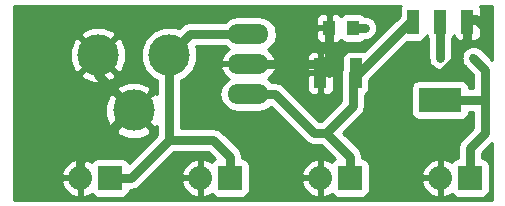
<source format=gtl>
G04 #@! TF.FileFunction,Copper,L1,Top,Signal*
%FSLAX46Y46*%
G04 Gerber Fmt 4.6, Leading zero omitted, Abs format (unit mm)*
G04 Created by KiCad (PCBNEW 4.0.1-3.201512221402+6198~38~ubuntu14.04.1-stable) date Mon 09 May 2016 07:42:58 PM PDT*
%MOMM*%
G01*
G04 APERTURE LIST*
%ADD10C,0.100000*%
%ADD11R,2.032000X2.032000*%
%ADD12O,2.032000X2.032000*%
%ADD13C,3.500120*%
%ADD14O,3.500120X1.699260*%
%ADD15R,1.000000X1.250000*%
%ADD16R,1.000000X2.500000*%
%ADD17R,3.657600X2.032000*%
%ADD18R,1.016000X2.032000*%
%ADD19C,0.685800*%
%ADD20C,0.762000*%
%ADD21C,0.254000*%
G04 APERTURE END LIST*
D10*
D11*
X106680000Y-101600000D03*
D12*
X104140000Y-101600000D03*
D11*
X116840000Y-101600000D03*
D12*
X114300000Y-101600000D03*
D11*
X127000000Y-101600000D03*
D12*
X124460000Y-101600000D03*
D11*
X137160000Y-101600000D03*
D12*
X134620000Y-101600000D03*
D13*
X111663480Y-91186000D03*
X105664000Y-91186000D03*
X108663740Y-95885000D03*
D14*
X118364000Y-91948000D03*
X118364000Y-89408000D03*
X118364000Y-94488000D03*
D15*
X127238000Y-88900000D03*
X125238000Y-88900000D03*
D16*
X127484000Y-92710000D03*
X124484000Y-92710000D03*
D17*
X134620000Y-94996000D03*
D18*
X134620000Y-88392000D03*
X132334000Y-88392000D03*
X136906000Y-88392000D03*
D19*
X138430000Y-88900000D03*
X130810000Y-97790000D03*
X137414000Y-91440000D03*
X128270000Y-88900000D03*
X134620000Y-91440000D03*
D20*
X136906000Y-88138000D02*
X137668000Y-88138000D01*
X137668000Y-88138000D02*
X138430000Y-88900000D01*
X130810000Y-97790000D02*
X130810000Y-93980000D01*
X134786855Y-92710000D02*
X135890000Y-91606855D01*
X130810000Y-93980000D02*
X132080000Y-92710000D01*
X132080000Y-92710000D02*
X134786855Y-92710000D01*
X135890000Y-91606855D02*
X135890000Y-90932000D01*
X135890000Y-90932000D02*
X136906000Y-89916000D01*
X136906000Y-89916000D02*
X136906000Y-88138000D01*
X125238000Y-88900000D02*
X125238000Y-91440000D01*
X125238000Y-91440000D02*
X125238000Y-92710000D01*
X118618000Y-91948000D02*
X124730000Y-91948000D01*
X124730000Y-91948000D02*
X125238000Y-91440000D01*
X105664000Y-91186000D02*
X105664000Y-92885260D01*
X105664000Y-92885260D02*
X108663740Y-95885000D01*
X104140000Y-101600000D02*
X104140000Y-100163160D01*
X104140000Y-100163160D02*
X108418160Y-95885000D01*
X108418160Y-95885000D02*
X108663740Y-95885000D01*
X127238000Y-92710000D02*
X127762000Y-92710000D01*
X127762000Y-92710000D02*
X132334000Y-88138000D01*
X124968000Y-97790000D02*
X127238000Y-95520000D01*
X127238000Y-95520000D02*
X127238000Y-92710000D01*
X123931680Y-97790000D02*
X124968000Y-97790000D01*
X124968000Y-97790000D02*
X127000000Y-99822000D01*
X127000000Y-99822000D02*
X127000000Y-101600000D01*
X118618000Y-94488000D02*
X120629680Y-94488000D01*
X120629680Y-94488000D02*
X123931680Y-97790000D01*
X134620000Y-94996000D02*
X138176000Y-94996000D01*
X138176000Y-94996000D02*
X138430000Y-94742000D01*
X138430000Y-97790000D02*
X138430000Y-94742000D01*
X138430000Y-94742000D02*
X138430000Y-92456000D01*
X127238000Y-88900000D02*
X128270000Y-88900000D01*
X134620000Y-88138000D02*
X134620000Y-91440000D01*
X137160000Y-101600000D02*
X137160000Y-99060000D01*
X137160000Y-99060000D02*
X138430000Y-97790000D01*
X138430000Y-92456000D02*
X137414000Y-91440000D01*
X118618000Y-89408000D02*
X113441480Y-89408000D01*
X113441480Y-89408000D02*
X111663480Y-91186000D01*
X116840000Y-101600000D02*
X116840000Y-99822000D01*
X116840000Y-99822000D02*
X115412520Y-98394520D01*
X115412520Y-98394520D02*
X111663480Y-98394520D01*
X106680000Y-101600000D02*
X108458000Y-101600000D01*
X108458000Y-101600000D02*
X111663480Y-98394520D01*
X111663480Y-98394520D02*
X111663480Y-93664550D01*
X111663480Y-93664550D02*
X111663480Y-91186000D01*
D21*
G36*
X131229569Y-87124110D02*
X131178560Y-87376000D01*
X131178560Y-87856599D01*
X128182419Y-90852741D01*
X127984000Y-90812560D01*
X126984000Y-90812560D01*
X126748683Y-90856838D01*
X126532559Y-90995910D01*
X126387569Y-91208110D01*
X126336560Y-91460000D01*
X126336560Y-92265488D01*
X126299338Y-92321194D01*
X126222000Y-92710000D01*
X126222000Y-95099159D01*
X124547160Y-96774000D01*
X124352521Y-96774000D01*
X121348100Y-93769580D01*
X121018487Y-93549338D01*
X120914022Y-93528559D01*
X120629680Y-93472000D01*
X120383527Y-93472000D01*
X120360948Y-93438208D01*
X120023127Y-93212484D01*
X120294242Y-92995750D01*
X123349000Y-92995750D01*
X123349000Y-94086310D01*
X123445673Y-94319699D01*
X123624302Y-94498327D01*
X123857691Y-94595000D01*
X124198250Y-94595000D01*
X124357000Y-94436250D01*
X124357000Y-92837000D01*
X124611000Y-92837000D01*
X124611000Y-94436250D01*
X124769750Y-94595000D01*
X125110309Y-94595000D01*
X125343698Y-94498327D01*
X125522327Y-94319699D01*
X125619000Y-94086310D01*
X125619000Y-92995750D01*
X125460250Y-92837000D01*
X124611000Y-92837000D01*
X124357000Y-92837000D01*
X123507750Y-92837000D01*
X123349000Y-92995750D01*
X120294242Y-92995750D01*
X120404024Y-92907989D01*
X120684649Y-92398810D01*
X120705540Y-92304832D01*
X120584214Y-92075000D01*
X118491000Y-92075000D01*
X118491000Y-92095000D01*
X118237000Y-92095000D01*
X118237000Y-92075000D01*
X116143786Y-92075000D01*
X116022460Y-92304832D01*
X116043351Y-92398810D01*
X116323976Y-92907989D01*
X116704873Y-93212484D01*
X116367052Y-93438208D01*
X116045225Y-93919857D01*
X115932214Y-94488000D01*
X116045225Y-95056143D01*
X116367052Y-95537792D01*
X116848701Y-95859619D01*
X117416844Y-95972630D01*
X119311156Y-95972630D01*
X119879299Y-95859619D01*
X120290023Y-95585183D01*
X123213259Y-98508420D01*
X123433501Y-98655581D01*
X123542874Y-98728662D01*
X123931680Y-98806000D01*
X124547160Y-98806000D01*
X125732446Y-99991286D01*
X125532559Y-100119910D01*
X125421160Y-100282948D01*
X125324818Y-100193615D01*
X124842944Y-99994025D01*
X124587000Y-100113164D01*
X124587000Y-101473000D01*
X124607000Y-101473000D01*
X124607000Y-101727000D01*
X124587000Y-101727000D01*
X124587000Y-103086836D01*
X124842944Y-103205975D01*
X125324818Y-103006385D01*
X125422398Y-102915903D01*
X125519910Y-103067441D01*
X125732110Y-103212431D01*
X125984000Y-103263440D01*
X128016000Y-103263440D01*
X128251317Y-103219162D01*
X128467441Y-103080090D01*
X128612431Y-102867890D01*
X128663440Y-102616000D01*
X128663440Y-101982946D01*
X133014017Y-101982946D01*
X133282812Y-102568379D01*
X133755182Y-103006385D01*
X134237056Y-103205975D01*
X134493000Y-103086836D01*
X134493000Y-101727000D01*
X133132633Y-101727000D01*
X133014017Y-101982946D01*
X128663440Y-101982946D01*
X128663440Y-101217054D01*
X133014017Y-101217054D01*
X133132633Y-101473000D01*
X134493000Y-101473000D01*
X134493000Y-100113164D01*
X134237056Y-99994025D01*
X133755182Y-100193615D01*
X133282812Y-100631621D01*
X133014017Y-101217054D01*
X128663440Y-101217054D01*
X128663440Y-100584000D01*
X128619162Y-100348683D01*
X128480090Y-100132559D01*
X128267890Y-99987569D01*
X128016000Y-99936560D01*
X128016000Y-99822000D01*
X127938662Y-99433194D01*
X127938662Y-99433193D01*
X127718421Y-99103580D01*
X126404840Y-97790000D01*
X127956421Y-96238420D01*
X128176662Y-95908807D01*
X128206659Y-95758000D01*
X128254000Y-95520000D01*
X128254000Y-94540844D01*
X128435441Y-94424090D01*
X128580431Y-94211890D01*
X128631440Y-93960000D01*
X128631440Y-93277400D01*
X131853401Y-90055440D01*
X132842000Y-90055440D01*
X133077317Y-90011162D01*
X133293441Y-89872090D01*
X133438431Y-89659890D01*
X133476543Y-89471686D01*
X133508838Y-89643317D01*
X133604000Y-89791203D01*
X133604000Y-91440000D01*
X133641934Y-91630706D01*
X133641931Y-91633663D01*
X133643070Y-91636420D01*
X133681338Y-91828806D01*
X133789362Y-91990474D01*
X133790493Y-91993212D01*
X133792604Y-91995327D01*
X133901580Y-92158420D01*
X134063249Y-92266444D01*
X134065341Y-92268540D01*
X134068100Y-92269686D01*
X134231194Y-92378662D01*
X134421896Y-92416595D01*
X134424630Y-92417730D01*
X134427616Y-92417733D01*
X134620000Y-92456000D01*
X134810706Y-92418066D01*
X134813663Y-92418069D01*
X134816420Y-92416930D01*
X135008806Y-92378662D01*
X135170474Y-92270638D01*
X135173212Y-92269507D01*
X135175327Y-92267396D01*
X135338420Y-92158420D01*
X135446444Y-91996751D01*
X135448540Y-91994659D01*
X135449686Y-91991900D01*
X135558662Y-91828806D01*
X135596595Y-91638104D01*
X135597730Y-91635370D01*
X135597733Y-91632384D01*
X135636000Y-91440000D01*
X135636000Y-89789313D01*
X135724431Y-89659890D01*
X135763000Y-89469431D01*
X135763000Y-89534310D01*
X135859673Y-89767699D01*
X136038302Y-89946327D01*
X136271691Y-90043000D01*
X136620250Y-90043000D01*
X136779000Y-89884250D01*
X136779000Y-88519000D01*
X137033000Y-88519000D01*
X137033000Y-89884250D01*
X137191750Y-90043000D01*
X137540309Y-90043000D01*
X137773698Y-89946327D01*
X137952327Y-89767699D01*
X138049000Y-89534310D01*
X138049000Y-88677750D01*
X137890250Y-88519000D01*
X137033000Y-88519000D01*
X136779000Y-88519000D01*
X136759000Y-88519000D01*
X136759000Y-88265000D01*
X136779000Y-88265000D01*
X136779000Y-88245000D01*
X137033000Y-88245000D01*
X137033000Y-88265000D01*
X137890250Y-88265000D01*
X138049000Y-88106250D01*
X138049000Y-87249690D01*
X137974570Y-87070000D01*
X138990000Y-87070000D01*
X138990000Y-91579159D01*
X138132420Y-90721580D01*
X137970750Y-90613555D01*
X137968659Y-90611460D01*
X137965901Y-90610315D01*
X137802807Y-90501338D01*
X137612105Y-90463406D01*
X137609370Y-90462270D01*
X137606382Y-90462267D01*
X137414000Y-90424001D01*
X137223296Y-90461934D01*
X137220337Y-90461931D01*
X137217578Y-90463071D01*
X137025193Y-90501338D01*
X136863524Y-90609362D01*
X136860788Y-90610493D01*
X136858674Y-90612603D01*
X136695580Y-90721580D01*
X136587555Y-90883250D01*
X136585460Y-90885341D01*
X136584315Y-90888099D01*
X136475338Y-91051193D01*
X136437406Y-91241895D01*
X136436270Y-91244630D01*
X136436267Y-91247618D01*
X136398001Y-91440000D01*
X136435934Y-91630704D01*
X136435931Y-91633663D01*
X136437071Y-91636422D01*
X136475338Y-91828807D01*
X136583362Y-91990476D01*
X136584493Y-91993212D01*
X136586603Y-91995326D01*
X136695580Y-92158420D01*
X137414000Y-92876841D01*
X137414000Y-93980000D01*
X137096240Y-93980000D01*
X137051962Y-93744683D01*
X136912890Y-93528559D01*
X136700690Y-93383569D01*
X136448800Y-93332560D01*
X132791200Y-93332560D01*
X132555883Y-93376838D01*
X132339759Y-93515910D01*
X132194769Y-93728110D01*
X132143760Y-93980000D01*
X132143760Y-96012000D01*
X132188038Y-96247317D01*
X132327110Y-96463441D01*
X132539310Y-96608431D01*
X132791200Y-96659440D01*
X136448800Y-96659440D01*
X136684117Y-96615162D01*
X136900241Y-96476090D01*
X137045231Y-96263890D01*
X137096240Y-96012000D01*
X137414000Y-96012000D01*
X137414000Y-97369159D01*
X136441580Y-98341580D01*
X136221338Y-98671193D01*
X136221338Y-98671194D01*
X136144000Y-99060000D01*
X136144000Y-99936560D01*
X135908683Y-99980838D01*
X135692559Y-100119910D01*
X135581160Y-100282948D01*
X135484818Y-100193615D01*
X135002944Y-99994025D01*
X134747000Y-100113164D01*
X134747000Y-101473000D01*
X134767000Y-101473000D01*
X134767000Y-101727000D01*
X134747000Y-101727000D01*
X134747000Y-103086836D01*
X135002944Y-103205975D01*
X135484818Y-103006385D01*
X135582398Y-102915903D01*
X135679910Y-103067441D01*
X135892110Y-103212431D01*
X136144000Y-103263440D01*
X138176000Y-103263440D01*
X138411317Y-103219162D01*
X138627441Y-103080090D01*
X138772431Y-102867890D01*
X138823440Y-102616000D01*
X138823440Y-100584000D01*
X138779162Y-100348683D01*
X138640090Y-100132559D01*
X138427890Y-99987569D01*
X138176000Y-99936560D01*
X138176000Y-99480840D01*
X138990000Y-98666841D01*
X138990000Y-103430000D01*
X98500000Y-103430000D01*
X98500000Y-101982946D01*
X102534017Y-101982946D01*
X102802812Y-102568379D01*
X103275182Y-103006385D01*
X103757056Y-103205975D01*
X104013000Y-103086836D01*
X104013000Y-101727000D01*
X102652633Y-101727000D01*
X102534017Y-101982946D01*
X98500000Y-101982946D01*
X98500000Y-101217054D01*
X102534017Y-101217054D01*
X102652633Y-101473000D01*
X104013000Y-101473000D01*
X104013000Y-100113164D01*
X104267000Y-100113164D01*
X104267000Y-101473000D01*
X104287000Y-101473000D01*
X104287000Y-101727000D01*
X104267000Y-101727000D01*
X104267000Y-103086836D01*
X104522944Y-103205975D01*
X105004818Y-103006385D01*
X105102398Y-102915903D01*
X105199910Y-103067441D01*
X105412110Y-103212431D01*
X105664000Y-103263440D01*
X107696000Y-103263440D01*
X107931317Y-103219162D01*
X108147441Y-103080090D01*
X108292431Y-102867890D01*
X108343440Y-102616000D01*
X108458000Y-102616000D01*
X108782300Y-102551493D01*
X108846807Y-102538662D01*
X109176420Y-102318420D01*
X109511894Y-101982946D01*
X112694017Y-101982946D01*
X112962812Y-102568379D01*
X113435182Y-103006385D01*
X113917056Y-103205975D01*
X114173000Y-103086836D01*
X114173000Y-101727000D01*
X112812633Y-101727000D01*
X112694017Y-101982946D01*
X109511894Y-101982946D01*
X110277786Y-101217054D01*
X112694017Y-101217054D01*
X112812633Y-101473000D01*
X114173000Y-101473000D01*
X114173000Y-100113164D01*
X113917056Y-99994025D01*
X113435182Y-100193615D01*
X112962812Y-100631621D01*
X112694017Y-101217054D01*
X110277786Y-101217054D01*
X112084321Y-99410520D01*
X114991680Y-99410520D01*
X115572446Y-99991286D01*
X115372559Y-100119910D01*
X115261160Y-100282948D01*
X115164818Y-100193615D01*
X114682944Y-99994025D01*
X114427000Y-100113164D01*
X114427000Y-101473000D01*
X114447000Y-101473000D01*
X114447000Y-101727000D01*
X114427000Y-101727000D01*
X114427000Y-103086836D01*
X114682944Y-103205975D01*
X115164818Y-103006385D01*
X115262398Y-102915903D01*
X115359910Y-103067441D01*
X115572110Y-103212431D01*
X115824000Y-103263440D01*
X117856000Y-103263440D01*
X118091317Y-103219162D01*
X118307441Y-103080090D01*
X118452431Y-102867890D01*
X118503440Y-102616000D01*
X118503440Y-101982946D01*
X122854017Y-101982946D01*
X123122812Y-102568379D01*
X123595182Y-103006385D01*
X124077056Y-103205975D01*
X124333000Y-103086836D01*
X124333000Y-101727000D01*
X122972633Y-101727000D01*
X122854017Y-101982946D01*
X118503440Y-101982946D01*
X118503440Y-101217054D01*
X122854017Y-101217054D01*
X122972633Y-101473000D01*
X124333000Y-101473000D01*
X124333000Y-100113164D01*
X124077056Y-99994025D01*
X123595182Y-100193615D01*
X123122812Y-100631621D01*
X122854017Y-101217054D01*
X118503440Y-101217054D01*
X118503440Y-100584000D01*
X118459162Y-100348683D01*
X118320090Y-100132559D01*
X118107890Y-99987569D01*
X117856000Y-99936560D01*
X117856000Y-99822000D01*
X117778662Y-99433194D01*
X117778662Y-99433193D01*
X117558421Y-99103580D01*
X116130940Y-97676100D01*
X115801327Y-97455858D01*
X115736820Y-97443027D01*
X115412520Y-97378520D01*
X112679480Y-97378520D01*
X112679480Y-93346836D01*
X113012743Y-93209134D01*
X113684256Y-92538792D01*
X114048125Y-91662499D01*
X114048953Y-90713664D01*
X113929266Y-90424000D01*
X116344473Y-90424000D01*
X116367052Y-90457792D01*
X116704873Y-90683516D01*
X116323976Y-90988011D01*
X116043351Y-91497190D01*
X116022460Y-91591168D01*
X116143786Y-91821000D01*
X118237000Y-91821000D01*
X118237000Y-91801000D01*
X118491000Y-91801000D01*
X118491000Y-91821000D01*
X120584214Y-91821000D01*
X120705540Y-91591168D01*
X120684649Y-91497190D01*
X120594539Y-91333690D01*
X123349000Y-91333690D01*
X123349000Y-92424250D01*
X123507750Y-92583000D01*
X124357000Y-92583000D01*
X124357000Y-90983750D01*
X124611000Y-90983750D01*
X124611000Y-92583000D01*
X125460250Y-92583000D01*
X125619000Y-92424250D01*
X125619000Y-91333690D01*
X125522327Y-91100301D01*
X125343698Y-90921673D01*
X125110309Y-90825000D01*
X124769750Y-90825000D01*
X124611000Y-90983750D01*
X124357000Y-90983750D01*
X124198250Y-90825000D01*
X123857691Y-90825000D01*
X123624302Y-90921673D01*
X123445673Y-91100301D01*
X123349000Y-91333690D01*
X120594539Y-91333690D01*
X120404024Y-90988011D01*
X120023127Y-90683516D01*
X120360948Y-90457792D01*
X120682775Y-89976143D01*
X120795786Y-89408000D01*
X120751578Y-89185750D01*
X124103000Y-89185750D01*
X124103000Y-89651310D01*
X124199673Y-89884699D01*
X124378302Y-90063327D01*
X124611691Y-90160000D01*
X124952250Y-90160000D01*
X125111000Y-90001250D01*
X125111000Y-89027000D01*
X124261750Y-89027000D01*
X124103000Y-89185750D01*
X120751578Y-89185750D01*
X120682775Y-88839857D01*
X120360948Y-88358208D01*
X120047382Y-88148690D01*
X124103000Y-88148690D01*
X124103000Y-88614250D01*
X124261750Y-88773000D01*
X125111000Y-88773000D01*
X125111000Y-87798750D01*
X125365000Y-87798750D01*
X125365000Y-88773000D01*
X125385000Y-88773000D01*
X125385000Y-89027000D01*
X125365000Y-89027000D01*
X125365000Y-90001250D01*
X125523750Y-90160000D01*
X125864309Y-90160000D01*
X126097698Y-90063327D01*
X126238936Y-89922090D01*
X126273910Y-89976441D01*
X126486110Y-90121431D01*
X126738000Y-90172440D01*
X127738000Y-90172440D01*
X127973317Y-90128162D01*
X128189441Y-89989090D01*
X128239381Y-89916000D01*
X128270000Y-89916000D01*
X128460706Y-89878066D01*
X128463663Y-89878069D01*
X128466420Y-89876930D01*
X128658806Y-89838662D01*
X128820474Y-89730638D01*
X128823212Y-89729507D01*
X128825327Y-89727396D01*
X128988420Y-89618420D01*
X129096444Y-89456751D01*
X129098540Y-89454659D01*
X129099686Y-89451900D01*
X129208662Y-89288806D01*
X129246595Y-89098104D01*
X129247730Y-89095370D01*
X129247733Y-89092384D01*
X129286000Y-88900000D01*
X129248066Y-88709294D01*
X129248069Y-88706337D01*
X129246930Y-88703580D01*
X129208662Y-88511194D01*
X129100638Y-88349526D01*
X129099507Y-88346788D01*
X129097396Y-88344673D01*
X128988420Y-88181580D01*
X128826751Y-88073556D01*
X128824659Y-88071460D01*
X128821900Y-88070314D01*
X128658806Y-87961338D01*
X128468104Y-87923405D01*
X128465370Y-87922270D01*
X128462384Y-87922267D01*
X128270000Y-87884000D01*
X128240983Y-87884000D01*
X128202090Y-87823559D01*
X127989890Y-87678569D01*
X127738000Y-87627560D01*
X126738000Y-87627560D01*
X126502683Y-87671838D01*
X126286559Y-87810910D01*
X126240031Y-87879006D01*
X126097698Y-87736673D01*
X125864309Y-87640000D01*
X125523750Y-87640000D01*
X125365000Y-87798750D01*
X125111000Y-87798750D01*
X124952250Y-87640000D01*
X124611691Y-87640000D01*
X124378302Y-87736673D01*
X124199673Y-87915301D01*
X124103000Y-88148690D01*
X120047382Y-88148690D01*
X119879299Y-88036381D01*
X119311156Y-87923370D01*
X117416844Y-87923370D01*
X116848701Y-88036381D01*
X116367052Y-88358208D01*
X116344473Y-88392000D01*
X113441480Y-88392000D01*
X113052673Y-88469338D01*
X112723060Y-88689579D01*
X112473001Y-88939638D01*
X112139979Y-88801355D01*
X111191144Y-88800527D01*
X110314217Y-89162866D01*
X109642704Y-89833208D01*
X109278835Y-90709501D01*
X109278007Y-91658336D01*
X109640346Y-92535263D01*
X110310688Y-93206776D01*
X110647480Y-93346624D01*
X110647480Y-94529650D01*
X110358311Y-94370034D01*
X108843345Y-95885000D01*
X110358311Y-97399966D01*
X110647480Y-97240350D01*
X110647480Y-97973679D01*
X108288714Y-100332446D01*
X108160090Y-100132559D01*
X107947890Y-99987569D01*
X107696000Y-99936560D01*
X105664000Y-99936560D01*
X105428683Y-99980838D01*
X105212559Y-100119910D01*
X105101160Y-100282948D01*
X105004818Y-100193615D01*
X104522944Y-99994025D01*
X104267000Y-100113164D01*
X104013000Y-100113164D01*
X103757056Y-99994025D01*
X103275182Y-100193615D01*
X102802812Y-100631621D01*
X102534017Y-101217054D01*
X98500000Y-101217054D01*
X98500000Y-97579571D01*
X107148774Y-97579571D01*
X107339068Y-97924319D01*
X108220316Y-98276015D01*
X109169072Y-98263701D01*
X109988412Y-97924319D01*
X110178706Y-97579571D01*
X108663740Y-96064605D01*
X107148774Y-97579571D01*
X98500000Y-97579571D01*
X98500000Y-95441576D01*
X106272725Y-95441576D01*
X106285039Y-96390332D01*
X106624421Y-97209672D01*
X106969169Y-97399966D01*
X108484135Y-95885000D01*
X106969169Y-94370034D01*
X106624421Y-94560328D01*
X106272725Y-95441576D01*
X98500000Y-95441576D01*
X98500000Y-94190429D01*
X107148774Y-94190429D01*
X108663740Y-95705395D01*
X110178706Y-94190429D01*
X109988412Y-93845681D01*
X109107164Y-93493985D01*
X108158408Y-93506299D01*
X107339068Y-93845681D01*
X107148774Y-94190429D01*
X98500000Y-94190429D01*
X98500000Y-92880571D01*
X104149034Y-92880571D01*
X104339328Y-93225319D01*
X105220576Y-93577015D01*
X106169332Y-93564701D01*
X106988672Y-93225319D01*
X107178966Y-92880571D01*
X105664000Y-91365605D01*
X104149034Y-92880571D01*
X98500000Y-92880571D01*
X98500000Y-90742576D01*
X103272985Y-90742576D01*
X103285299Y-91691332D01*
X103624681Y-92510672D01*
X103969429Y-92700966D01*
X105484395Y-91186000D01*
X105843605Y-91186000D01*
X107358571Y-92700966D01*
X107703319Y-92510672D01*
X108055015Y-91629424D01*
X108042701Y-90680668D01*
X107703319Y-89861328D01*
X107358571Y-89671034D01*
X105843605Y-91186000D01*
X105484395Y-91186000D01*
X103969429Y-89671034D01*
X103624681Y-89861328D01*
X103272985Y-90742576D01*
X98500000Y-90742576D01*
X98500000Y-89491429D01*
X104149034Y-89491429D01*
X105664000Y-91006395D01*
X107178966Y-89491429D01*
X106988672Y-89146681D01*
X106107424Y-88794985D01*
X105158668Y-88807299D01*
X104339328Y-89146681D01*
X104149034Y-89491429D01*
X98500000Y-89491429D01*
X98500000Y-87070000D01*
X131266541Y-87070000D01*
X131229569Y-87124110D01*
X131229569Y-87124110D01*
G37*
X131229569Y-87124110D02*
X131178560Y-87376000D01*
X131178560Y-87856599D01*
X128182419Y-90852741D01*
X127984000Y-90812560D01*
X126984000Y-90812560D01*
X126748683Y-90856838D01*
X126532559Y-90995910D01*
X126387569Y-91208110D01*
X126336560Y-91460000D01*
X126336560Y-92265488D01*
X126299338Y-92321194D01*
X126222000Y-92710000D01*
X126222000Y-95099159D01*
X124547160Y-96774000D01*
X124352521Y-96774000D01*
X121348100Y-93769580D01*
X121018487Y-93549338D01*
X120914022Y-93528559D01*
X120629680Y-93472000D01*
X120383527Y-93472000D01*
X120360948Y-93438208D01*
X120023127Y-93212484D01*
X120294242Y-92995750D01*
X123349000Y-92995750D01*
X123349000Y-94086310D01*
X123445673Y-94319699D01*
X123624302Y-94498327D01*
X123857691Y-94595000D01*
X124198250Y-94595000D01*
X124357000Y-94436250D01*
X124357000Y-92837000D01*
X124611000Y-92837000D01*
X124611000Y-94436250D01*
X124769750Y-94595000D01*
X125110309Y-94595000D01*
X125343698Y-94498327D01*
X125522327Y-94319699D01*
X125619000Y-94086310D01*
X125619000Y-92995750D01*
X125460250Y-92837000D01*
X124611000Y-92837000D01*
X124357000Y-92837000D01*
X123507750Y-92837000D01*
X123349000Y-92995750D01*
X120294242Y-92995750D01*
X120404024Y-92907989D01*
X120684649Y-92398810D01*
X120705540Y-92304832D01*
X120584214Y-92075000D01*
X118491000Y-92075000D01*
X118491000Y-92095000D01*
X118237000Y-92095000D01*
X118237000Y-92075000D01*
X116143786Y-92075000D01*
X116022460Y-92304832D01*
X116043351Y-92398810D01*
X116323976Y-92907989D01*
X116704873Y-93212484D01*
X116367052Y-93438208D01*
X116045225Y-93919857D01*
X115932214Y-94488000D01*
X116045225Y-95056143D01*
X116367052Y-95537792D01*
X116848701Y-95859619D01*
X117416844Y-95972630D01*
X119311156Y-95972630D01*
X119879299Y-95859619D01*
X120290023Y-95585183D01*
X123213259Y-98508420D01*
X123433501Y-98655581D01*
X123542874Y-98728662D01*
X123931680Y-98806000D01*
X124547160Y-98806000D01*
X125732446Y-99991286D01*
X125532559Y-100119910D01*
X125421160Y-100282948D01*
X125324818Y-100193615D01*
X124842944Y-99994025D01*
X124587000Y-100113164D01*
X124587000Y-101473000D01*
X124607000Y-101473000D01*
X124607000Y-101727000D01*
X124587000Y-101727000D01*
X124587000Y-103086836D01*
X124842944Y-103205975D01*
X125324818Y-103006385D01*
X125422398Y-102915903D01*
X125519910Y-103067441D01*
X125732110Y-103212431D01*
X125984000Y-103263440D01*
X128016000Y-103263440D01*
X128251317Y-103219162D01*
X128467441Y-103080090D01*
X128612431Y-102867890D01*
X128663440Y-102616000D01*
X128663440Y-101982946D01*
X133014017Y-101982946D01*
X133282812Y-102568379D01*
X133755182Y-103006385D01*
X134237056Y-103205975D01*
X134493000Y-103086836D01*
X134493000Y-101727000D01*
X133132633Y-101727000D01*
X133014017Y-101982946D01*
X128663440Y-101982946D01*
X128663440Y-101217054D01*
X133014017Y-101217054D01*
X133132633Y-101473000D01*
X134493000Y-101473000D01*
X134493000Y-100113164D01*
X134237056Y-99994025D01*
X133755182Y-100193615D01*
X133282812Y-100631621D01*
X133014017Y-101217054D01*
X128663440Y-101217054D01*
X128663440Y-100584000D01*
X128619162Y-100348683D01*
X128480090Y-100132559D01*
X128267890Y-99987569D01*
X128016000Y-99936560D01*
X128016000Y-99822000D01*
X127938662Y-99433194D01*
X127938662Y-99433193D01*
X127718421Y-99103580D01*
X126404840Y-97790000D01*
X127956421Y-96238420D01*
X128176662Y-95908807D01*
X128206659Y-95758000D01*
X128254000Y-95520000D01*
X128254000Y-94540844D01*
X128435441Y-94424090D01*
X128580431Y-94211890D01*
X128631440Y-93960000D01*
X128631440Y-93277400D01*
X131853401Y-90055440D01*
X132842000Y-90055440D01*
X133077317Y-90011162D01*
X133293441Y-89872090D01*
X133438431Y-89659890D01*
X133476543Y-89471686D01*
X133508838Y-89643317D01*
X133604000Y-89791203D01*
X133604000Y-91440000D01*
X133641934Y-91630706D01*
X133641931Y-91633663D01*
X133643070Y-91636420D01*
X133681338Y-91828806D01*
X133789362Y-91990474D01*
X133790493Y-91993212D01*
X133792604Y-91995327D01*
X133901580Y-92158420D01*
X134063249Y-92266444D01*
X134065341Y-92268540D01*
X134068100Y-92269686D01*
X134231194Y-92378662D01*
X134421896Y-92416595D01*
X134424630Y-92417730D01*
X134427616Y-92417733D01*
X134620000Y-92456000D01*
X134810706Y-92418066D01*
X134813663Y-92418069D01*
X134816420Y-92416930D01*
X135008806Y-92378662D01*
X135170474Y-92270638D01*
X135173212Y-92269507D01*
X135175327Y-92267396D01*
X135338420Y-92158420D01*
X135446444Y-91996751D01*
X135448540Y-91994659D01*
X135449686Y-91991900D01*
X135558662Y-91828806D01*
X135596595Y-91638104D01*
X135597730Y-91635370D01*
X135597733Y-91632384D01*
X135636000Y-91440000D01*
X135636000Y-89789313D01*
X135724431Y-89659890D01*
X135763000Y-89469431D01*
X135763000Y-89534310D01*
X135859673Y-89767699D01*
X136038302Y-89946327D01*
X136271691Y-90043000D01*
X136620250Y-90043000D01*
X136779000Y-89884250D01*
X136779000Y-88519000D01*
X137033000Y-88519000D01*
X137033000Y-89884250D01*
X137191750Y-90043000D01*
X137540309Y-90043000D01*
X137773698Y-89946327D01*
X137952327Y-89767699D01*
X138049000Y-89534310D01*
X138049000Y-88677750D01*
X137890250Y-88519000D01*
X137033000Y-88519000D01*
X136779000Y-88519000D01*
X136759000Y-88519000D01*
X136759000Y-88265000D01*
X136779000Y-88265000D01*
X136779000Y-88245000D01*
X137033000Y-88245000D01*
X137033000Y-88265000D01*
X137890250Y-88265000D01*
X138049000Y-88106250D01*
X138049000Y-87249690D01*
X137974570Y-87070000D01*
X138990000Y-87070000D01*
X138990000Y-91579159D01*
X138132420Y-90721580D01*
X137970750Y-90613555D01*
X137968659Y-90611460D01*
X137965901Y-90610315D01*
X137802807Y-90501338D01*
X137612105Y-90463406D01*
X137609370Y-90462270D01*
X137606382Y-90462267D01*
X137414000Y-90424001D01*
X137223296Y-90461934D01*
X137220337Y-90461931D01*
X137217578Y-90463071D01*
X137025193Y-90501338D01*
X136863524Y-90609362D01*
X136860788Y-90610493D01*
X136858674Y-90612603D01*
X136695580Y-90721580D01*
X136587555Y-90883250D01*
X136585460Y-90885341D01*
X136584315Y-90888099D01*
X136475338Y-91051193D01*
X136437406Y-91241895D01*
X136436270Y-91244630D01*
X136436267Y-91247618D01*
X136398001Y-91440000D01*
X136435934Y-91630704D01*
X136435931Y-91633663D01*
X136437071Y-91636422D01*
X136475338Y-91828807D01*
X136583362Y-91990476D01*
X136584493Y-91993212D01*
X136586603Y-91995326D01*
X136695580Y-92158420D01*
X137414000Y-92876841D01*
X137414000Y-93980000D01*
X137096240Y-93980000D01*
X137051962Y-93744683D01*
X136912890Y-93528559D01*
X136700690Y-93383569D01*
X136448800Y-93332560D01*
X132791200Y-93332560D01*
X132555883Y-93376838D01*
X132339759Y-93515910D01*
X132194769Y-93728110D01*
X132143760Y-93980000D01*
X132143760Y-96012000D01*
X132188038Y-96247317D01*
X132327110Y-96463441D01*
X132539310Y-96608431D01*
X132791200Y-96659440D01*
X136448800Y-96659440D01*
X136684117Y-96615162D01*
X136900241Y-96476090D01*
X137045231Y-96263890D01*
X137096240Y-96012000D01*
X137414000Y-96012000D01*
X137414000Y-97369159D01*
X136441580Y-98341580D01*
X136221338Y-98671193D01*
X136221338Y-98671194D01*
X136144000Y-99060000D01*
X136144000Y-99936560D01*
X135908683Y-99980838D01*
X135692559Y-100119910D01*
X135581160Y-100282948D01*
X135484818Y-100193615D01*
X135002944Y-99994025D01*
X134747000Y-100113164D01*
X134747000Y-101473000D01*
X134767000Y-101473000D01*
X134767000Y-101727000D01*
X134747000Y-101727000D01*
X134747000Y-103086836D01*
X135002944Y-103205975D01*
X135484818Y-103006385D01*
X135582398Y-102915903D01*
X135679910Y-103067441D01*
X135892110Y-103212431D01*
X136144000Y-103263440D01*
X138176000Y-103263440D01*
X138411317Y-103219162D01*
X138627441Y-103080090D01*
X138772431Y-102867890D01*
X138823440Y-102616000D01*
X138823440Y-100584000D01*
X138779162Y-100348683D01*
X138640090Y-100132559D01*
X138427890Y-99987569D01*
X138176000Y-99936560D01*
X138176000Y-99480840D01*
X138990000Y-98666841D01*
X138990000Y-103430000D01*
X98500000Y-103430000D01*
X98500000Y-101982946D01*
X102534017Y-101982946D01*
X102802812Y-102568379D01*
X103275182Y-103006385D01*
X103757056Y-103205975D01*
X104013000Y-103086836D01*
X104013000Y-101727000D01*
X102652633Y-101727000D01*
X102534017Y-101982946D01*
X98500000Y-101982946D01*
X98500000Y-101217054D01*
X102534017Y-101217054D01*
X102652633Y-101473000D01*
X104013000Y-101473000D01*
X104013000Y-100113164D01*
X104267000Y-100113164D01*
X104267000Y-101473000D01*
X104287000Y-101473000D01*
X104287000Y-101727000D01*
X104267000Y-101727000D01*
X104267000Y-103086836D01*
X104522944Y-103205975D01*
X105004818Y-103006385D01*
X105102398Y-102915903D01*
X105199910Y-103067441D01*
X105412110Y-103212431D01*
X105664000Y-103263440D01*
X107696000Y-103263440D01*
X107931317Y-103219162D01*
X108147441Y-103080090D01*
X108292431Y-102867890D01*
X108343440Y-102616000D01*
X108458000Y-102616000D01*
X108782300Y-102551493D01*
X108846807Y-102538662D01*
X109176420Y-102318420D01*
X109511894Y-101982946D01*
X112694017Y-101982946D01*
X112962812Y-102568379D01*
X113435182Y-103006385D01*
X113917056Y-103205975D01*
X114173000Y-103086836D01*
X114173000Y-101727000D01*
X112812633Y-101727000D01*
X112694017Y-101982946D01*
X109511894Y-101982946D01*
X110277786Y-101217054D01*
X112694017Y-101217054D01*
X112812633Y-101473000D01*
X114173000Y-101473000D01*
X114173000Y-100113164D01*
X113917056Y-99994025D01*
X113435182Y-100193615D01*
X112962812Y-100631621D01*
X112694017Y-101217054D01*
X110277786Y-101217054D01*
X112084321Y-99410520D01*
X114991680Y-99410520D01*
X115572446Y-99991286D01*
X115372559Y-100119910D01*
X115261160Y-100282948D01*
X115164818Y-100193615D01*
X114682944Y-99994025D01*
X114427000Y-100113164D01*
X114427000Y-101473000D01*
X114447000Y-101473000D01*
X114447000Y-101727000D01*
X114427000Y-101727000D01*
X114427000Y-103086836D01*
X114682944Y-103205975D01*
X115164818Y-103006385D01*
X115262398Y-102915903D01*
X115359910Y-103067441D01*
X115572110Y-103212431D01*
X115824000Y-103263440D01*
X117856000Y-103263440D01*
X118091317Y-103219162D01*
X118307441Y-103080090D01*
X118452431Y-102867890D01*
X118503440Y-102616000D01*
X118503440Y-101982946D01*
X122854017Y-101982946D01*
X123122812Y-102568379D01*
X123595182Y-103006385D01*
X124077056Y-103205975D01*
X124333000Y-103086836D01*
X124333000Y-101727000D01*
X122972633Y-101727000D01*
X122854017Y-101982946D01*
X118503440Y-101982946D01*
X118503440Y-101217054D01*
X122854017Y-101217054D01*
X122972633Y-101473000D01*
X124333000Y-101473000D01*
X124333000Y-100113164D01*
X124077056Y-99994025D01*
X123595182Y-100193615D01*
X123122812Y-100631621D01*
X122854017Y-101217054D01*
X118503440Y-101217054D01*
X118503440Y-100584000D01*
X118459162Y-100348683D01*
X118320090Y-100132559D01*
X118107890Y-99987569D01*
X117856000Y-99936560D01*
X117856000Y-99822000D01*
X117778662Y-99433194D01*
X117778662Y-99433193D01*
X117558421Y-99103580D01*
X116130940Y-97676100D01*
X115801327Y-97455858D01*
X115736820Y-97443027D01*
X115412520Y-97378520D01*
X112679480Y-97378520D01*
X112679480Y-93346836D01*
X113012743Y-93209134D01*
X113684256Y-92538792D01*
X114048125Y-91662499D01*
X114048953Y-90713664D01*
X113929266Y-90424000D01*
X116344473Y-90424000D01*
X116367052Y-90457792D01*
X116704873Y-90683516D01*
X116323976Y-90988011D01*
X116043351Y-91497190D01*
X116022460Y-91591168D01*
X116143786Y-91821000D01*
X118237000Y-91821000D01*
X118237000Y-91801000D01*
X118491000Y-91801000D01*
X118491000Y-91821000D01*
X120584214Y-91821000D01*
X120705540Y-91591168D01*
X120684649Y-91497190D01*
X120594539Y-91333690D01*
X123349000Y-91333690D01*
X123349000Y-92424250D01*
X123507750Y-92583000D01*
X124357000Y-92583000D01*
X124357000Y-90983750D01*
X124611000Y-90983750D01*
X124611000Y-92583000D01*
X125460250Y-92583000D01*
X125619000Y-92424250D01*
X125619000Y-91333690D01*
X125522327Y-91100301D01*
X125343698Y-90921673D01*
X125110309Y-90825000D01*
X124769750Y-90825000D01*
X124611000Y-90983750D01*
X124357000Y-90983750D01*
X124198250Y-90825000D01*
X123857691Y-90825000D01*
X123624302Y-90921673D01*
X123445673Y-91100301D01*
X123349000Y-91333690D01*
X120594539Y-91333690D01*
X120404024Y-90988011D01*
X120023127Y-90683516D01*
X120360948Y-90457792D01*
X120682775Y-89976143D01*
X120795786Y-89408000D01*
X120751578Y-89185750D01*
X124103000Y-89185750D01*
X124103000Y-89651310D01*
X124199673Y-89884699D01*
X124378302Y-90063327D01*
X124611691Y-90160000D01*
X124952250Y-90160000D01*
X125111000Y-90001250D01*
X125111000Y-89027000D01*
X124261750Y-89027000D01*
X124103000Y-89185750D01*
X120751578Y-89185750D01*
X120682775Y-88839857D01*
X120360948Y-88358208D01*
X120047382Y-88148690D01*
X124103000Y-88148690D01*
X124103000Y-88614250D01*
X124261750Y-88773000D01*
X125111000Y-88773000D01*
X125111000Y-87798750D01*
X125365000Y-87798750D01*
X125365000Y-88773000D01*
X125385000Y-88773000D01*
X125385000Y-89027000D01*
X125365000Y-89027000D01*
X125365000Y-90001250D01*
X125523750Y-90160000D01*
X125864309Y-90160000D01*
X126097698Y-90063327D01*
X126238936Y-89922090D01*
X126273910Y-89976441D01*
X126486110Y-90121431D01*
X126738000Y-90172440D01*
X127738000Y-90172440D01*
X127973317Y-90128162D01*
X128189441Y-89989090D01*
X128239381Y-89916000D01*
X128270000Y-89916000D01*
X128460706Y-89878066D01*
X128463663Y-89878069D01*
X128466420Y-89876930D01*
X128658806Y-89838662D01*
X128820474Y-89730638D01*
X128823212Y-89729507D01*
X128825327Y-89727396D01*
X128988420Y-89618420D01*
X129096444Y-89456751D01*
X129098540Y-89454659D01*
X129099686Y-89451900D01*
X129208662Y-89288806D01*
X129246595Y-89098104D01*
X129247730Y-89095370D01*
X129247733Y-89092384D01*
X129286000Y-88900000D01*
X129248066Y-88709294D01*
X129248069Y-88706337D01*
X129246930Y-88703580D01*
X129208662Y-88511194D01*
X129100638Y-88349526D01*
X129099507Y-88346788D01*
X129097396Y-88344673D01*
X128988420Y-88181580D01*
X128826751Y-88073556D01*
X128824659Y-88071460D01*
X128821900Y-88070314D01*
X128658806Y-87961338D01*
X128468104Y-87923405D01*
X128465370Y-87922270D01*
X128462384Y-87922267D01*
X128270000Y-87884000D01*
X128240983Y-87884000D01*
X128202090Y-87823559D01*
X127989890Y-87678569D01*
X127738000Y-87627560D01*
X126738000Y-87627560D01*
X126502683Y-87671838D01*
X126286559Y-87810910D01*
X126240031Y-87879006D01*
X126097698Y-87736673D01*
X125864309Y-87640000D01*
X125523750Y-87640000D01*
X125365000Y-87798750D01*
X125111000Y-87798750D01*
X124952250Y-87640000D01*
X124611691Y-87640000D01*
X124378302Y-87736673D01*
X124199673Y-87915301D01*
X124103000Y-88148690D01*
X120047382Y-88148690D01*
X119879299Y-88036381D01*
X119311156Y-87923370D01*
X117416844Y-87923370D01*
X116848701Y-88036381D01*
X116367052Y-88358208D01*
X116344473Y-88392000D01*
X113441480Y-88392000D01*
X113052673Y-88469338D01*
X112723060Y-88689579D01*
X112473001Y-88939638D01*
X112139979Y-88801355D01*
X111191144Y-88800527D01*
X110314217Y-89162866D01*
X109642704Y-89833208D01*
X109278835Y-90709501D01*
X109278007Y-91658336D01*
X109640346Y-92535263D01*
X110310688Y-93206776D01*
X110647480Y-93346624D01*
X110647480Y-94529650D01*
X110358311Y-94370034D01*
X108843345Y-95885000D01*
X110358311Y-97399966D01*
X110647480Y-97240350D01*
X110647480Y-97973679D01*
X108288714Y-100332446D01*
X108160090Y-100132559D01*
X107947890Y-99987569D01*
X107696000Y-99936560D01*
X105664000Y-99936560D01*
X105428683Y-99980838D01*
X105212559Y-100119910D01*
X105101160Y-100282948D01*
X105004818Y-100193615D01*
X104522944Y-99994025D01*
X104267000Y-100113164D01*
X104013000Y-100113164D01*
X103757056Y-99994025D01*
X103275182Y-100193615D01*
X102802812Y-100631621D01*
X102534017Y-101217054D01*
X98500000Y-101217054D01*
X98500000Y-97579571D01*
X107148774Y-97579571D01*
X107339068Y-97924319D01*
X108220316Y-98276015D01*
X109169072Y-98263701D01*
X109988412Y-97924319D01*
X110178706Y-97579571D01*
X108663740Y-96064605D01*
X107148774Y-97579571D01*
X98500000Y-97579571D01*
X98500000Y-95441576D01*
X106272725Y-95441576D01*
X106285039Y-96390332D01*
X106624421Y-97209672D01*
X106969169Y-97399966D01*
X108484135Y-95885000D01*
X106969169Y-94370034D01*
X106624421Y-94560328D01*
X106272725Y-95441576D01*
X98500000Y-95441576D01*
X98500000Y-94190429D01*
X107148774Y-94190429D01*
X108663740Y-95705395D01*
X110178706Y-94190429D01*
X109988412Y-93845681D01*
X109107164Y-93493985D01*
X108158408Y-93506299D01*
X107339068Y-93845681D01*
X107148774Y-94190429D01*
X98500000Y-94190429D01*
X98500000Y-92880571D01*
X104149034Y-92880571D01*
X104339328Y-93225319D01*
X105220576Y-93577015D01*
X106169332Y-93564701D01*
X106988672Y-93225319D01*
X107178966Y-92880571D01*
X105664000Y-91365605D01*
X104149034Y-92880571D01*
X98500000Y-92880571D01*
X98500000Y-90742576D01*
X103272985Y-90742576D01*
X103285299Y-91691332D01*
X103624681Y-92510672D01*
X103969429Y-92700966D01*
X105484395Y-91186000D01*
X105843605Y-91186000D01*
X107358571Y-92700966D01*
X107703319Y-92510672D01*
X108055015Y-91629424D01*
X108042701Y-90680668D01*
X107703319Y-89861328D01*
X107358571Y-89671034D01*
X105843605Y-91186000D01*
X105484395Y-91186000D01*
X103969429Y-89671034D01*
X103624681Y-89861328D01*
X103272985Y-90742576D01*
X98500000Y-90742576D01*
X98500000Y-89491429D01*
X104149034Y-89491429D01*
X105664000Y-91006395D01*
X107178966Y-89491429D01*
X106988672Y-89146681D01*
X106107424Y-88794985D01*
X105158668Y-88807299D01*
X104339328Y-89146681D01*
X104149034Y-89491429D01*
X98500000Y-89491429D01*
X98500000Y-87070000D01*
X131266541Y-87070000D01*
X131229569Y-87124110D01*
M02*

</source>
